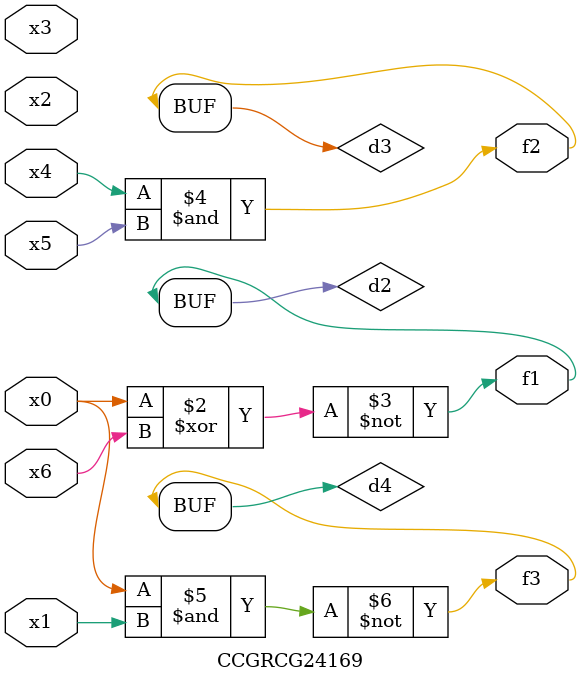
<source format=v>
module CCGRCG24169(
	input x0, x1, x2, x3, x4, x5, x6,
	output f1, f2, f3
);

	wire d1, d2, d3, d4;

	nor (d1, x0);
	xnor (d2, x0, x6);
	and (d3, x4, x5);
	nand (d4, x0, x1);
	assign f1 = d2;
	assign f2 = d3;
	assign f3 = d4;
endmodule

</source>
